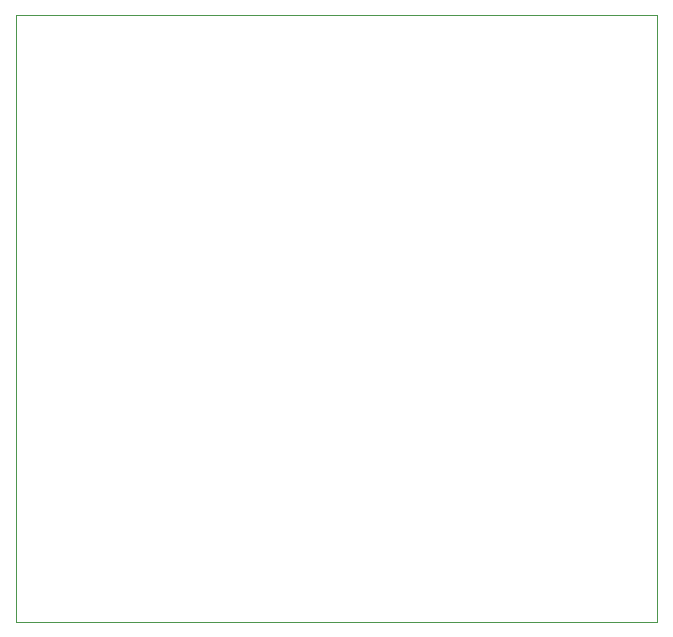
<source format=gbr>
%TF.GenerationSoftware,KiCad,Pcbnew,8.0.8*%
%TF.CreationDate,2025-04-09T16:19:13-04:00*%
%TF.ProjectId,ESP32PCB,45535033-3250-4434-922e-6b696361645f,rev?*%
%TF.SameCoordinates,Original*%
%TF.FileFunction,Profile,NP*%
%FSLAX46Y46*%
G04 Gerber Fmt 4.6, Leading zero omitted, Abs format (unit mm)*
G04 Created by KiCad (PCBNEW 8.0.8) date 2025-04-09 16:19:13*
%MOMM*%
%LPD*%
G01*
G04 APERTURE LIST*
%TA.AperFunction,Profile*%
%ADD10C,0.050000*%
%TD*%
G04 APERTURE END LIST*
D10*
X140712000Y-41144000D02*
X194914000Y-41144000D01*
X194914000Y-92456000D01*
X140712000Y-92456000D01*
X140712000Y-41144000D01*
M02*

</source>
